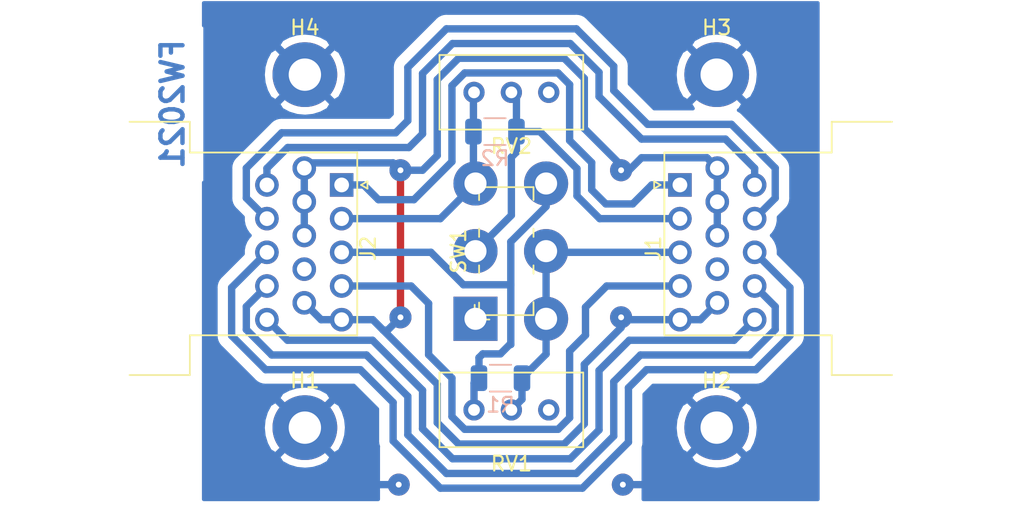
<source format=kicad_pcb>
(kicad_pcb (version 20171130) (host pcbnew 5.1.10)

  (general
    (thickness 1.6)
    (drawings 22)
    (tracks 186)
    (zones 0)
    (modules 11)
    (nets 14)
  )

  (page A4)
  (title_block
    (title LowBlueVGA)
    (date 2021-05-17)
    (rev 2)
    (company Franticware)
  )

  (layers
    (0 F.Cu signal)
    (31 B.Cu signal)
    (32 B.Adhes user)
    (33 F.Adhes user)
    (34 B.Paste user)
    (35 F.Paste user)
    (36 B.SilkS user)
    (37 F.SilkS user)
    (38 B.Mask user)
    (39 F.Mask user)
    (40 Dwgs.User user)
    (41 Cmts.User user)
    (42 Eco1.User user)
    (43 Eco2.User user)
    (44 Edge.Cuts user)
    (45 Margin user)
    (46 B.CrtYd user)
    (47 F.CrtYd user)
    (48 B.Fab user)
    (49 F.Fab user)
  )

  (setup
    (last_trace_width 0.25)
    (user_trace_width 0.5)
    (user_trace_width 0.8)
    (trace_clearance 0.2)
    (zone_clearance 0.7)
    (zone_45_only no)
    (trace_min 0.2)
    (via_size 0.8)
    (via_drill 0.4)
    (via_min_size 0.4)
    (via_min_drill 0.3)
    (user_via 1.5 0.4)
    (uvia_size 0.3)
    (uvia_drill 0.1)
    (uvias_allowed no)
    (uvia_min_size 0.2)
    (uvia_min_drill 0.1)
    (edge_width 0.05)
    (segment_width 0.2)
    (pcb_text_width 0.3)
    (pcb_text_size 1.5 1.5)
    (mod_edge_width 0.12)
    (mod_text_size 1 1)
    (mod_text_width 0.15)
    (pad_size 3 3)
    (pad_drill 1.5)
    (pad_to_mask_clearance 0.05)
    (aux_axis_origin 0 0)
    (visible_elements FFFFFF7F)
    (pcbplotparams
      (layerselection 0x010fc_ffffffff)
      (usegerberextensions false)
      (usegerberattributes true)
      (usegerberadvancedattributes true)
      (creategerberjobfile true)
      (excludeedgelayer true)
      (linewidth 0.100000)
      (plotframeref false)
      (viasonmask false)
      (mode 1)
      (useauxorigin false)
      (hpglpennumber 1)
      (hpglpenspeed 20)
      (hpglpendiameter 15.000000)
      (psnegative false)
      (psa4output false)
      (plotreference true)
      (plotvalue true)
      (plotinvisibletext false)
      (padsonsilk false)
      (subtractmaskfromsilk false)
      (outputformat 1)
      (mirror false)
      (drillshape 1)
      (scaleselection 1)
      (outputdirectory ""))
  )

  (net 0 "")
  (net 1 RED)
  (net 2 GREEN_IN)
  (net 3 BLUE_IN)
  (net 4 ID_BIT2)
  (net 5 GND)
  (net 6 ID_BIT0)
  (net 7 ID_BIT1)
  (net 8 HSYNC)
  (net 9 VSYNC)
  (net 10 ID_BIT3)
  (net 11 GREEN_OUT)
  (net 12 BLUE_OUT)
  (net 13 SHIELD)

  (net_class Default "This is the default net class."
    (clearance 0.2)
    (trace_width 0.25)
    (via_dia 0.8)
    (via_drill 0.4)
    (uvia_dia 0.3)
    (uvia_drill 0.1)
    (add_net BLUE_IN)
    (add_net BLUE_OUT)
    (add_net GND)
    (add_net GREEN_IN)
    (add_net GREEN_OUT)
    (add_net HSYNC)
    (add_net ID_BIT0)
    (add_net ID_BIT1)
    (add_net ID_BIT2)
    (add_net ID_BIT3)
    (add_net RED)
    (add_net SHIELD)
    (add_net VSYNC)
  )

  (module Connector_Dsub:DSUB-15-HD_Female_Horizontal_P2.29x2.54mm_EdgePinOffset9.40mm (layer F.Cu) (tedit 5F6E7AC4) (tstamp 5F6F145E)
    (at 163.9 97.1 90)
    (descr "15-pin D-Sub connector, horizontal/angled (90 deg), THT-mount, female, pitch 2.29x2.54mm, pin-PCB-offset 9.4mm, see http://docs-europe.electrocomponents.com/webdocs/1585/0900766b81585df2.pdf")
    (tags "15-pin D-Sub connector horizontal angled 90deg THT female pitch 2.29x2.54mm pin-PCB-offset 9.4mm")
    (path /5F6E6E4B)
    (fp_text reference J1 (at -4.315 -1.8 90) (layer F.SilkS)
      (effects (font (size 1 1) (thickness 0.15)))
    )
    (fp_text value DB15_Female_HighDensity (at -4.315 22.55 90) (layer F.Fab)
      (effects (font (size 1 1) (thickness 0.15)))
    )
    (fp_line (start -0.1 0) (end -0.1 10.38) (layer F.Fab) (width 0.1))
    (fp_line (start 0 0) (end 0 10.38) (layer F.Fab) (width 0.1))
    (fp_line (start 0.1 0) (end 0.1 10.38) (layer F.Fab) (width 0.1))
    (fp_line (start -2.39 0) (end -2.39 10.38) (layer F.Fab) (width 0.1))
    (fp_line (start -2.29 0) (end -2.29 10.38) (layer F.Fab) (width 0.1))
    (fp_line (start -2.19 0) (end -2.19 10.38) (layer F.Fab) (width 0.1))
    (fp_line (start -4.68 0) (end -4.68 10.38) (layer F.Fab) (width 0.1))
    (fp_line (start -4.58 0) (end -4.58 10.38) (layer F.Fab) (width 0.1))
    (fp_line (start -4.48 0) (end -4.48 10.38) (layer F.Fab) (width 0.1))
    (fp_line (start -6.97 0) (end -6.97 10.38) (layer F.Fab) (width 0.1))
    (fp_line (start -6.87 0) (end -6.87 10.38) (layer F.Fab) (width 0.1))
    (fp_line (start -6.77 0) (end -6.77 10.38) (layer F.Fab) (width 0.1))
    (fp_line (start -9.26 0) (end -9.26 10.38) (layer F.Fab) (width 0.1))
    (fp_line (start -9.16 0) (end -9.16 10.38) (layer F.Fab) (width 0.1))
    (fp_line (start -9.06 0) (end -9.06 10.38) (layer F.Fab) (width 0.1))
    (fp_line (start 1.045 2.54) (end 1.045 10.38) (layer F.Fab) (width 0.1))
    (fp_line (start 1.145 2.54) (end 1.145 10.38) (layer F.Fab) (width 0.1))
    (fp_line (start 1.245 2.54) (end 1.245 10.38) (layer F.Fab) (width 0.1))
    (fp_line (start -1.245 2.54) (end -1.245 10.38) (layer F.Fab) (width 0.1))
    (fp_line (start -1.145 2.54) (end -1.145 10.38) (layer F.Fab) (width 0.1))
    (fp_line (start -1.045 2.54) (end -1.045 10.38) (layer F.Fab) (width 0.1))
    (fp_line (start -3.535 2.54) (end -3.535 10.38) (layer F.Fab) (width 0.1))
    (fp_line (start -3.435 2.54) (end -3.435 10.38) (layer F.Fab) (width 0.1))
    (fp_line (start -3.335 2.54) (end -3.335 10.38) (layer F.Fab) (width 0.1))
    (fp_line (start -5.825 2.54) (end -5.825 10.38) (layer F.Fab) (width 0.1))
    (fp_line (start -5.725 2.54) (end -5.725 10.38) (layer F.Fab) (width 0.1))
    (fp_line (start -5.625 2.54) (end -5.625 10.38) (layer F.Fab) (width 0.1))
    (fp_line (start -8.115 2.54) (end -8.115 10.38) (layer F.Fab) (width 0.1))
    (fp_line (start -8.015 2.54) (end -8.015 10.38) (layer F.Fab) (width 0.1))
    (fp_line (start -7.915 2.54) (end -7.915 10.38) (layer F.Fab) (width 0.1))
    (fp_line (start -0.1 5.08) (end -0.1 10.38) (layer F.Fab) (width 0.1))
    (fp_line (start 0 5.08) (end 0 10.38) (layer F.Fab) (width 0.1))
    (fp_line (start 0.1 5.08) (end 0.1 10.38) (layer F.Fab) (width 0.1))
    (fp_line (start -2.39 5.08) (end -2.39 10.38) (layer F.Fab) (width 0.1))
    (fp_line (start -2.29 5.08) (end -2.29 10.38) (layer F.Fab) (width 0.1))
    (fp_line (start -2.19 5.08) (end -2.19 10.38) (layer F.Fab) (width 0.1))
    (fp_line (start -4.68 5.08) (end -4.68 10.38) (layer F.Fab) (width 0.1))
    (fp_line (start -4.58 5.08) (end -4.58 10.38) (layer F.Fab) (width 0.1))
    (fp_line (start -4.48 5.08) (end -4.48 10.38) (layer F.Fab) (width 0.1))
    (fp_line (start -6.97 5.08) (end -6.97 10.38) (layer F.Fab) (width 0.1))
    (fp_line (start -6.87 5.08) (end -6.87 10.38) (layer F.Fab) (width 0.1))
    (fp_line (start -6.77 5.08) (end -6.77 10.38) (layer F.Fab) (width 0.1))
    (fp_line (start -9.26 5.08) (end -9.26 10.38) (layer F.Fab) (width 0.1))
    (fp_line (start -9.16 5.08) (end -9.16 10.38) (layer F.Fab) (width 0.1))
    (fp_line (start -9.06 5.08) (end -9.06 10.38) (layer F.Fab) (width 0.1))
    (fp_line (start -12.865 10.38) (end -12.865 14.48) (layer F.Fab) (width 0.1))
    (fp_line (start -12.865 14.48) (end 4.235 14.48) (layer F.Fab) (width 0.1))
    (fp_line (start 4.235 14.48) (end 4.235 10.38) (layer F.Fab) (width 0.1))
    (fp_line (start 4.235 10.38) (end -12.865 10.38) (layer F.Fab) (width 0.1))
    (fp_line (start -19.74 14.48) (end -19.74 14.88) (layer F.Fab) (width 0.1))
    (fp_line (start -19.74 14.88) (end 11.11 14.88) (layer F.Fab) (width 0.1))
    (fp_line (start 11.11 14.88) (end 11.11 14.48) (layer F.Fab) (width 0.1))
    (fp_line (start 11.11 14.48) (end -19.74 14.48) (layer F.Fab) (width 0.1))
    (fp_line (start -12.465 14.88) (end -12.465 21.05) (layer F.Fab) (width 0.1))
    (fp_line (start -12.465 21.05) (end 3.835 21.05) (layer F.Fab) (width 0.1))
    (fp_line (start 3.835 21.05) (end 3.835 14.88) (layer F.Fab) (width 0.1))
    (fp_line (start 3.835 14.88) (end -12.465 14.88) (layer F.Fab) (width 0.1))
    (fp_line (start -12.925 14.42) (end -12.925 10.32) (layer F.SilkS) (width 0.12))
    (fp_line (start -12.925 10.32) (end -10.22 10.32) (layer F.SilkS) (width 0.12))
    (fp_line (start -10.22 10.32) (end -10.22 -1.06) (layer F.SilkS) (width 0.12))
    (fp_line (start -10.22 -1.06) (end 2.205 -1.06) (layer F.SilkS) (width 0.12))
    (fp_line (start 2.205 -1.06) (end 2.205 10.32) (layer F.SilkS) (width 0.12))
    (fp_line (start 2.205 10.32) (end 4.295 10.32) (layer F.SilkS) (width 0.12))
    (fp_line (start 4.295 10.32) (end 4.295 14.42) (layer F.SilkS) (width 0.12))
    (fp_line (start -0.25 -1.754338) (end 0.25 -1.754338) (layer F.SilkS) (width 0.12))
    (fp_line (start 0.25 -1.754338) (end 0 -1.321325) (layer F.SilkS) (width 0.12))
    (fp_line (start 0 -1.321325) (end -0.25 -1.754338) (layer F.SilkS) (width 0.12))
    (fp_line (start -13 21.55) (end -13 15.4) (layer F.CrtYd) (width 0.05))
    (fp_line (start -13 15.4) (end -20.25 15.4) (layer F.CrtYd) (width 0.05))
    (fp_line (start -20.25 15.4) (end -20.25 14) (layer F.CrtYd) (width 0.05))
    (fp_line (start -20.25 14) (end -13.4 14) (layer F.CrtYd) (width 0.05))
    (fp_line (start -13.4 14) (end -13.4 9.9) (layer F.CrtYd) (width 0.05))
    (fp_line (start -13.4 9.9) (end -10.5 9.9) (layer F.CrtYd) (width 0.05))
    (fp_line (start -10.5 9.9) (end -10.5 -1.35) (layer F.CrtYd) (width 0.05))
    (fp_line (start -10.5 -1.35) (end 2.45 -1.35) (layer F.CrtYd) (width 0.05))
    (fp_line (start 2.45 -1.35) (end 2.45 9.9) (layer F.CrtYd) (width 0.05))
    (fp_line (start 2.45 9.9) (end 4.75 9.9) (layer F.CrtYd) (width 0.05))
    (fp_line (start 4.75 9.9) (end 4.75 14) (layer F.CrtYd) (width 0.05))
    (fp_line (start 4.75 14) (end 11.65 14) (layer F.CrtYd) (width 0.05))
    (fp_line (start 11.65 14) (end 11.65 15.4) (layer F.CrtYd) (width 0.05))
    (fp_line (start 11.65 15.4) (end 4.35 15.4) (layer F.CrtYd) (width 0.05))
    (fp_line (start 4.35 15.4) (end 4.35 21.55) (layer F.CrtYd) (width 0.05))
    (fp_line (start 4.35 21.55) (end -13 21.55) (layer F.CrtYd) (width 0.05))
    (fp_text user %R (at -4.315 17.965 90) (layer F.Fab)
      (effects (font (size 1 1) (thickness 0.15)))
    )
    (pad 1 thru_hole rect (at 0 0 90) (size 1.6 1.6) (drill 1) (layers *.Cu *.Mask)
      (net 1 RED))
    (pad 2 thru_hole circle (at -2.29 0 90) (size 1.6 1.6) (drill 1) (layers *.Cu *.Mask)
      (net 2 GREEN_IN))
    (pad 3 thru_hole circle (at -4.58 0 90) (size 1.6 1.6) (drill 1) (layers *.Cu *.Mask)
      (net 3 BLUE_IN))
    (pad 4 thru_hole circle (at -6.87 0 90) (size 1.6 1.6) (drill 1) (layers *.Cu *.Mask)
      (net 4 ID_BIT2))
    (pad 5 thru_hole circle (at -9.16 0 90) (size 1.6 1.6) (drill 1) (layers *.Cu *.Mask)
      (net 5 GND))
    (pad 6 thru_hole circle (at 1.145 2.54 90) (size 1.6 1.6) (drill 1) (layers *.Cu *.Mask)
      (net 5 GND))
    (pad 7 thru_hole circle (at -1.145 2.54 90) (size 1.6 1.6) (drill 1) (layers *.Cu *.Mask B.Paste)
      (net 5 GND))
    (pad 8 thru_hole circle (at -3.435 2.54 90) (size 1.6 1.6) (drill 1) (layers *.Cu *.Mask)
      (net 5 GND))
    (pad 9 thru_hole circle (at -5.725 2.54 90) (size 1.6 1.6) (drill 1) (layers *.Cu *.Mask))
    (pad 10 thru_hole circle (at -8.015 2.54 90) (size 1.6 1.6) (drill 1) (layers *.Cu *.Mask)
      (net 5 GND))
    (pad 11 thru_hole circle (at 0 5.08 90) (size 1.6 1.6) (drill 1) (layers *.Cu *.Mask)
      (net 6 ID_BIT0))
    (pad 12 thru_hole circle (at -2.29 5.08 90) (size 1.6 1.6) (drill 1) (layers *.Cu *.Mask)
      (net 7 ID_BIT1))
    (pad 13 thru_hole circle (at -4.58 5.08 90) (size 1.6 1.6) (drill 1) (layers *.Cu *.Mask)
      (net 8 HSYNC))
    (pad 14 thru_hole circle (at -6.87 5.08 90) (size 1.6 1.6) (drill 1) (layers *.Cu *.Mask)
      (net 9 VSYNC))
    (pad 15 thru_hole circle (at -9.16 5.08 90) (size 1.6 1.6) (drill 1) (layers *.Cu *.Mask)
      (net 10 ID_BIT3))
    (model ${KISYS3DMOD}/Connector_Dsub.3dshapes/DSUB-15-HD_Female_Horizontal_P2.29x2.54mm_EdgePinOffset9.40mm.wrl
      (at (xyz 0 0 0))
      (scale (xyz 1 1 1))
      (rotate (xyz 0 0 0))
    )
  )

  (module Connector_Dsub:DSUB-15-HD_Male_Horizontal_P2.29x2.54mm_EdgePinOffset9.40mm (layer F.Cu) (tedit 59FEDEE2) (tstamp 5F6F0B61)
    (at 140.9 97.1 270)
    (descr "15-pin D-Sub connector, horizontal/angled (90 deg), THT-mount, male, pitch 2.29x2.54mm, pin-PCB-offset 9.4mm, see http://docs-europe.electrocomponents.com/webdocs/1585/0900766b81585df2.pdf")
    (tags "15-pin D-Sub connector horizontal angled 90deg THT male pitch 2.29x2.54mm pin-PCB-offset 9.4mm")
    (path /5F6E78F5)
    (fp_text reference J2 (at 4.315 -1.8 90) (layer F.SilkS)
      (effects (font (size 1 1) (thickness 0.15)))
    )
    (fp_text value DB15_Male_HighDensity (at 4.315 22.38 90) (layer F.Fab)
      (effects (font (size 1 1) (thickness 0.15)))
    )
    (fp_line (start -0.1 0) (end -0.1 10.38) (layer F.Fab) (width 0.1))
    (fp_line (start 0 0) (end 0 10.38) (layer F.Fab) (width 0.1))
    (fp_line (start 0.1 0) (end 0.1 10.38) (layer F.Fab) (width 0.1))
    (fp_line (start 2.19 0) (end 2.19 10.38) (layer F.Fab) (width 0.1))
    (fp_line (start 2.29 0) (end 2.29 10.38) (layer F.Fab) (width 0.1))
    (fp_line (start 2.39 0) (end 2.39 10.38) (layer F.Fab) (width 0.1))
    (fp_line (start 4.48 0) (end 4.48 10.38) (layer F.Fab) (width 0.1))
    (fp_line (start 4.58 0) (end 4.58 10.38) (layer F.Fab) (width 0.1))
    (fp_line (start 4.68 0) (end 4.68 10.38) (layer F.Fab) (width 0.1))
    (fp_line (start 6.77 0) (end 6.77 10.38) (layer F.Fab) (width 0.1))
    (fp_line (start 6.87 0) (end 6.87 10.38) (layer F.Fab) (width 0.1))
    (fp_line (start 6.97 0) (end 6.97 10.38) (layer F.Fab) (width 0.1))
    (fp_line (start 9.06 0) (end 9.06 10.38) (layer F.Fab) (width 0.1))
    (fp_line (start 9.16 0) (end 9.16 10.38) (layer F.Fab) (width 0.1))
    (fp_line (start 9.26 0) (end 9.26 10.38) (layer F.Fab) (width 0.1))
    (fp_line (start -1.245 2.54) (end -1.245 10.38) (layer F.Fab) (width 0.1))
    (fp_line (start -1.145 2.54) (end -1.145 10.38) (layer F.Fab) (width 0.1))
    (fp_line (start -1.045 2.54) (end -1.045 10.38) (layer F.Fab) (width 0.1))
    (fp_line (start 1.045 2.54) (end 1.045 10.38) (layer F.Fab) (width 0.1))
    (fp_line (start 1.145 2.54) (end 1.145 10.38) (layer F.Fab) (width 0.1))
    (fp_line (start 1.245 2.54) (end 1.245 10.38) (layer F.Fab) (width 0.1))
    (fp_line (start 3.335 2.54) (end 3.335 10.38) (layer F.Fab) (width 0.1))
    (fp_line (start 3.435 2.54) (end 3.435 10.38) (layer F.Fab) (width 0.1))
    (fp_line (start 3.535 2.54) (end 3.535 10.38) (layer F.Fab) (width 0.1))
    (fp_line (start 5.625 2.54) (end 5.625 10.38) (layer F.Fab) (width 0.1))
    (fp_line (start 5.725 2.54) (end 5.725 10.38) (layer F.Fab) (width 0.1))
    (fp_line (start 5.825 2.54) (end 5.825 10.38) (layer F.Fab) (width 0.1))
    (fp_line (start 7.915 2.54) (end 7.915 10.38) (layer F.Fab) (width 0.1))
    (fp_line (start 8.015 2.54) (end 8.015 10.38) (layer F.Fab) (width 0.1))
    (fp_line (start 8.115 2.54) (end 8.115 10.38) (layer F.Fab) (width 0.1))
    (fp_line (start -0.1 5.08) (end -0.1 10.38) (layer F.Fab) (width 0.1))
    (fp_line (start 0 5.08) (end 0 10.38) (layer F.Fab) (width 0.1))
    (fp_line (start 0.1 5.08) (end 0.1 10.38) (layer F.Fab) (width 0.1))
    (fp_line (start 2.19 5.08) (end 2.19 10.38) (layer F.Fab) (width 0.1))
    (fp_line (start 2.29 5.08) (end 2.29 10.38) (layer F.Fab) (width 0.1))
    (fp_line (start 2.39 5.08) (end 2.39 10.38) (layer F.Fab) (width 0.1))
    (fp_line (start 4.48 5.08) (end 4.48 10.38) (layer F.Fab) (width 0.1))
    (fp_line (start 4.58 5.08) (end 4.58 10.38) (layer F.Fab) (width 0.1))
    (fp_line (start 4.68 5.08) (end 4.68 10.38) (layer F.Fab) (width 0.1))
    (fp_line (start 6.77 5.08) (end 6.77 10.38) (layer F.Fab) (width 0.1))
    (fp_line (start 6.87 5.08) (end 6.87 10.38) (layer F.Fab) (width 0.1))
    (fp_line (start 6.97 5.08) (end 6.97 10.38) (layer F.Fab) (width 0.1))
    (fp_line (start 9.06 5.08) (end 9.06 10.38) (layer F.Fab) (width 0.1))
    (fp_line (start 9.16 5.08) (end 9.16 10.38) (layer F.Fab) (width 0.1))
    (fp_line (start 9.26 5.08) (end 9.26 10.38) (layer F.Fab) (width 0.1))
    (fp_line (start -4.235 10.38) (end -4.235 14.48) (layer F.Fab) (width 0.1))
    (fp_line (start -4.235 14.48) (end 12.865 14.48) (layer F.Fab) (width 0.1))
    (fp_line (start 12.865 14.48) (end 12.865 10.38) (layer F.Fab) (width 0.1))
    (fp_line (start 12.865 10.38) (end -4.235 10.38) (layer F.Fab) (width 0.1))
    (fp_line (start -11.11 14.48) (end -11.11 14.88) (layer F.Fab) (width 0.1))
    (fp_line (start -11.11 14.88) (end 19.74 14.88) (layer F.Fab) (width 0.1))
    (fp_line (start 19.74 14.88) (end 19.74 14.48) (layer F.Fab) (width 0.1))
    (fp_line (start 19.74 14.48) (end -11.11 14.48) (layer F.Fab) (width 0.1))
    (fp_line (start -3.835 14.88) (end -3.835 20.88) (layer F.Fab) (width 0.1))
    (fp_line (start -3.835 20.88) (end 12.465 20.88) (layer F.Fab) (width 0.1))
    (fp_line (start 12.465 20.88) (end 12.465 14.88) (layer F.Fab) (width 0.1))
    (fp_line (start 12.465 14.88) (end -3.835 14.88) (layer F.Fab) (width 0.1))
    (fp_line (start -4.295 14.42) (end -4.295 10.32) (layer F.SilkS) (width 0.12))
    (fp_line (start -4.295 10.32) (end -2.205 10.32) (layer F.SilkS) (width 0.12))
    (fp_line (start -2.205 10.32) (end -2.205 -1.06) (layer F.SilkS) (width 0.12))
    (fp_line (start -2.205 -1.06) (end 10.22 -1.06) (layer F.SilkS) (width 0.12))
    (fp_line (start 10.22 -1.06) (end 10.22 10.32) (layer F.SilkS) (width 0.12))
    (fp_line (start 10.22 10.32) (end 12.925 10.32) (layer F.SilkS) (width 0.12))
    (fp_line (start 12.925 10.32) (end 12.925 14.42) (layer F.SilkS) (width 0.12))
    (fp_line (start -0.25 -1.754338) (end 0.25 -1.754338) (layer F.SilkS) (width 0.12))
    (fp_line (start 0.25 -1.754338) (end 0 -1.321325) (layer F.SilkS) (width 0.12))
    (fp_line (start 0 -1.321325) (end -0.25 -1.754338) (layer F.SilkS) (width 0.12))
    (fp_line (start -4.35 21.4) (end -4.35 15.4) (layer F.CrtYd) (width 0.05))
    (fp_line (start -4.35 15.4) (end -11.65 15.4) (layer F.CrtYd) (width 0.05))
    (fp_line (start -11.65 15.4) (end -11.65 14) (layer F.CrtYd) (width 0.05))
    (fp_line (start -11.65 14) (end -4.75 14) (layer F.CrtYd) (width 0.05))
    (fp_line (start -4.75 14) (end -4.75 9.9) (layer F.CrtYd) (width 0.05))
    (fp_line (start -4.75 9.9) (end -2.45 9.9) (layer F.CrtYd) (width 0.05))
    (fp_line (start -2.45 9.9) (end -2.45 -1.35) (layer F.CrtYd) (width 0.05))
    (fp_line (start -2.45 -1.35) (end 10.5 -1.35) (layer F.CrtYd) (width 0.05))
    (fp_line (start 10.5 -1.35) (end 10.5 9.9) (layer F.CrtYd) (width 0.05))
    (fp_line (start 10.5 9.9) (end 13.4 9.9) (layer F.CrtYd) (width 0.05))
    (fp_line (start 13.4 9.9) (end 13.4 14) (layer F.CrtYd) (width 0.05))
    (fp_line (start 13.4 14) (end 20.25 14) (layer F.CrtYd) (width 0.05))
    (fp_line (start 20.25 14) (end 20.25 15.4) (layer F.CrtYd) (width 0.05))
    (fp_line (start 20.25 15.4) (end 13 15.4) (layer F.CrtYd) (width 0.05))
    (fp_line (start 13 15.4) (end 13 21.4) (layer F.CrtYd) (width 0.05))
    (fp_line (start 13 21.4) (end -4.35 21.4) (layer F.CrtYd) (width 0.05))
    (fp_text user %R (at 4.315 17.88 90) (layer F.Fab)
      (effects (font (size 1 1) (thickness 0.15)))
    )
    (pad 1 thru_hole rect (at 0 0 270) (size 1.6 1.6) (drill 1) (layers *.Cu *.Mask)
      (net 1 RED))
    (pad 2 thru_hole circle (at 2.29 0 270) (size 1.6 1.6) (drill 1) (layers *.Cu *.Mask)
      (net 11 GREEN_OUT))
    (pad 3 thru_hole circle (at 4.58 0 270) (size 1.6 1.6) (drill 1) (layers *.Cu *.Mask)
      (net 12 BLUE_OUT))
    (pad 4 thru_hole circle (at 6.87 0 270) (size 1.6 1.6) (drill 1) (layers *.Cu *.Mask)
      (net 4 ID_BIT2))
    (pad 5 thru_hole circle (at 9.16 0 270) (size 1.6 1.6) (drill 1) (layers *.Cu *.Mask)
      (net 5 GND))
    (pad 6 thru_hole circle (at -1.145 2.54 270) (size 1.6 1.6) (drill 1) (layers *.Cu *.Mask)
      (net 5 GND))
    (pad 7 thru_hole circle (at 1.145 2.54 270) (size 1.6 1.6) (drill 1) (layers *.Cu *.Mask)
      (net 5 GND))
    (pad 8 thru_hole circle (at 3.435 2.54 270) (size 1.6 1.6) (drill 1) (layers *.Cu *.Mask)
      (net 5 GND))
    (pad 9 thru_hole circle (at 5.725 2.54 270) (size 1.6 1.6) (drill 1) (layers *.Cu *.Mask))
    (pad 10 thru_hole circle (at 8.015 2.54 270) (size 1.6 1.6) (drill 1) (layers *.Cu *.Mask)
      (net 5 GND))
    (pad 11 thru_hole circle (at 0 5.08 270) (size 1.6 1.6) (drill 1) (layers *.Cu *.Mask)
      (net 6 ID_BIT0))
    (pad 12 thru_hole circle (at 2.29 5.08 270) (size 1.6 1.6) (drill 1) (layers *.Cu *.Mask)
      (net 7 ID_BIT1))
    (pad 13 thru_hole circle (at 4.58 5.08 270) (size 1.6 1.6) (drill 1) (layers *.Cu *.Mask)
      (net 8 HSYNC))
    (pad 14 thru_hole circle (at 6.87 5.08 270) (size 1.6 1.6) (drill 1) (layers *.Cu *.Mask)
      (net 9 VSYNC))
    (pad 15 thru_hole circle (at 9.16 5.08 270) (size 1.6 1.6) (drill 1) (layers *.Cu *.Mask)
      (net 10 ID_BIT3))
    (model ${KISYS3DMOD}/Connector_Dsub.3dshapes/DSUB-15-HD_Male_Horizontal_P2.29x2.54mm_EdgePinOffset9.40mm.wrl
      (at (xyz 0 0 0))
      (scale (xyz 1 1 1))
      (rotate (xyz 0 0 0))
    )
  )

  (module Potentiometer_THT:Potentiometer_Bourns_3296W_Vertical (layer F.Cu) (tedit 5F71AF48) (tstamp 60A23E14)
    (at 149.9 112.395 180)
    (descr "Potentiometer, vertical, Bourns 3296W, https://www.bourns.com/pdfs/3296.pdf")
    (tags "Potentiometer vertical Bourns 3296W")
    (path /5F70B75C)
    (fp_text reference RV1 (at -2.54 -3.66) (layer F.SilkS)
      (effects (font (size 1 1) (thickness 0.15)))
    )
    (fp_text value R_POT (at -2.54 3.67) (layer F.Fab)
      (effects (font (size 1 1) (thickness 0.15)))
    )
    (fp_circle (center 0.955 1.15) (end 2.05 1.15) (layer F.Fab) (width 0.1))
    (fp_line (start -7.305 -2.41) (end -7.305 2.42) (layer F.Fab) (width 0.1))
    (fp_line (start -7.305 2.42) (end 2.225 2.42) (layer F.Fab) (width 0.1))
    (fp_line (start 2.225 2.42) (end 2.225 -2.41) (layer F.Fab) (width 0.1))
    (fp_line (start 2.225 -2.41) (end -7.305 -2.41) (layer F.Fab) (width 0.1))
    (fp_line (start 0.955 2.235) (end 0.956 0.066) (layer F.Fab) (width 0.1))
    (fp_line (start 0.955 2.235) (end 0.956 0.066) (layer F.Fab) (width 0.1))
    (fp_line (start -7.425 -2.53) (end 2.345 -2.53) (layer F.SilkS) (width 0.12))
    (fp_line (start -7.425 2.54) (end 2.345 2.54) (layer F.SilkS) (width 0.12))
    (fp_line (start -7.425 -2.53) (end -7.425 2.54) (layer F.SilkS) (width 0.12))
    (fp_line (start 2.345 -2.53) (end 2.345 2.54) (layer F.SilkS) (width 0.12))
    (fp_line (start -7.6 -2.7) (end -7.6 2.7) (layer F.CrtYd) (width 0.05))
    (fp_line (start -7.6 2.7) (end 2.5 2.7) (layer F.CrtYd) (width 0.05))
    (fp_line (start 2.5 2.7) (end 2.5 -2.7) (layer F.CrtYd) (width 0.05))
    (fp_line (start 2.5 -2.7) (end -7.6 -2.7) (layer F.CrtYd) (width 0.05))
    (fp_text user %R (at -3.175 0.005) (layer F.Fab)
      (effects (font (size 1 1) (thickness 0.15)))
    )
    (pad 1 thru_hole circle (at 0 0 180) (size 1.44 1.44) (drill 0.8) (layers *.Cu *.Mask)
      (net 12 BLUE_OUT))
    (pad 2 thru_hole circle (at -2.54 0 180) (size 1.44 1.44) (drill 0.8) (layers *.Cu *.Mask)
      (net 3 BLUE_IN))
    (pad 3 thru_hole circle (at -5.08 0 180) (size 1.44 1.44) (drill 0.8) (layers *.Cu *.Mask))
    (model ${KISYS3DMOD}/Potentiometer_THT.3dshapes/Potentiometer_Bourns_3296W_Vertical.wrl
      (at (xyz 0 0 0))
      (scale (xyz 1 1 1))
      (rotate (xyz 0 0 0))
    )
  )

  (module Potentiometer_THT:Potentiometer_Bourns_3296W_Vertical (layer F.Cu) (tedit 5F71AF3A) (tstamp 5F6F0B8F)
    (at 149.9 90.805 180)
    (descr "Potentiometer, vertical, Bourns 3296W, https://www.bourns.com/pdfs/3296.pdf")
    (tags "Potentiometer vertical Bourns 3296W")
    (path /5F70C076)
    (fp_text reference RV2 (at -2.54 -3.66) (layer F.SilkS)
      (effects (font (size 1 1) (thickness 0.15)))
    )
    (fp_text value R_POT (at -2.54 3.67) (layer F.Fab)
      (effects (font (size 1 1) (thickness 0.15)))
    )
    (fp_line (start 2.5 -2.7) (end -7.6 -2.7) (layer F.CrtYd) (width 0.05))
    (fp_line (start 2.5 2.7) (end 2.5 -2.7) (layer F.CrtYd) (width 0.05))
    (fp_line (start -7.6 2.7) (end 2.5 2.7) (layer F.CrtYd) (width 0.05))
    (fp_line (start -7.6 -2.7) (end -7.6 2.7) (layer F.CrtYd) (width 0.05))
    (fp_line (start 2.345 -2.53) (end 2.345 2.54) (layer F.SilkS) (width 0.12))
    (fp_line (start -7.425 -2.53) (end -7.425 2.54) (layer F.SilkS) (width 0.12))
    (fp_line (start -7.425 2.54) (end 2.345 2.54) (layer F.SilkS) (width 0.12))
    (fp_line (start -7.425 -2.53) (end 2.345 -2.53) (layer F.SilkS) (width 0.12))
    (fp_line (start 0.955 2.235) (end 0.956 0.066) (layer F.Fab) (width 0.1))
    (fp_line (start 0.955 2.235) (end 0.956 0.066) (layer F.Fab) (width 0.1))
    (fp_line (start 2.225 -2.41) (end -7.305 -2.41) (layer F.Fab) (width 0.1))
    (fp_line (start 2.225 2.42) (end 2.225 -2.41) (layer F.Fab) (width 0.1))
    (fp_line (start -7.305 2.42) (end 2.225 2.42) (layer F.Fab) (width 0.1))
    (fp_line (start -7.305 -2.41) (end -7.305 2.42) (layer F.Fab) (width 0.1))
    (fp_circle (center 0.955 1.15) (end 2.05 1.15) (layer F.Fab) (width 0.1))
    (fp_text user %R (at -3.175 0.005) (layer F.Fab)
      (effects (font (size 1 1) (thickness 0.15)))
    )
    (pad 3 thru_hole circle (at -5.08 0 180) (size 1.44 1.44) (drill 0.8) (layers *.Cu *.Mask))
    (pad 2 thru_hole circle (at -2.54 0 180) (size 1.44 1.44) (drill 0.8) (layers *.Cu *.Mask)
      (net 2 GREEN_IN))
    (pad 1 thru_hole circle (at 0 0 180) (size 1.44 1.44) (drill 0.8) (layers *.Cu *.Mask)
      (net 11 GREEN_OUT))
    (model ${KISYS3DMOD}/Potentiometer_THT.3dshapes/Potentiometer_Bourns_3296W_Vertical.wrl
      (at (xyz 0 0 0))
      (scale (xyz 1 1 1))
      (rotate (xyz 0 0 0))
    )
  )

  (module MountingHole:MountingHole_2.2mm_M2_Pad (layer F.Cu) (tedit 56D1B4CB) (tstamp 5F6F2959)
    (at 138.4 113.6)
    (descr "Mounting Hole 2.2mm, M2")
    (tags "mounting hole 2.2mm m2")
    (path /5F72F709)
    (attr virtual)
    (fp_text reference H1 (at 0 -3.2) (layer F.SilkS)
      (effects (font (size 1 1) (thickness 0.15)))
    )
    (fp_text value MountingHole_Pad (at 0 3.2) (layer F.Fab)
      (effects (font (size 1 1) (thickness 0.15)))
    )
    (fp_circle (center 0 0) (end 2.45 0) (layer F.CrtYd) (width 0.05))
    (fp_circle (center 0 0) (end 2.2 0) (layer Cmts.User) (width 0.15))
    (fp_text user %R (at 0.3 0) (layer F.Fab)
      (effects (font (size 1 1) (thickness 0.15)))
    )
    (pad 1 thru_hole circle (at 0 0) (size 4.4 4.4) (drill 2.2) (layers *.Cu *.Mask)
      (net 13 SHIELD))
  )

  (module MountingHole:MountingHole_2.2mm_M2_Pad (layer F.Cu) (tedit 56D1B4CB) (tstamp 5F6F2961)
    (at 166.4 113.6)
    (descr "Mounting Hole 2.2mm, M2")
    (tags "mounting hole 2.2mm m2")
    (path /5F730D74)
    (attr virtual)
    (fp_text reference H2 (at 0 -3.2) (layer F.SilkS)
      (effects (font (size 1 1) (thickness 0.15)))
    )
    (fp_text value MountingHole_Pad (at 0 3.2) (layer F.Fab)
      (effects (font (size 1 1) (thickness 0.15)))
    )
    (fp_circle (center 0 0) (end 2.2 0) (layer Cmts.User) (width 0.15))
    (fp_circle (center 0 0) (end 2.45 0) (layer F.CrtYd) (width 0.05))
    (fp_text user %R (at 0.3 0) (layer F.Fab)
      (effects (font (size 1 1) (thickness 0.15)))
    )
    (pad 1 thru_hole circle (at 0 0) (size 4.4 4.4) (drill 2.2) (layers *.Cu *.Mask)
      (net 13 SHIELD))
  )

  (module MountingHole:MountingHole_2.2mm_M2_Pad (layer F.Cu) (tedit 56D1B4CB) (tstamp 5F6F29C8)
    (at 166.4 89.6)
    (descr "Mounting Hole 2.2mm, M2")
    (tags "mounting hole 2.2mm m2")
    (path /5F736849)
    (attr virtual)
    (fp_text reference H3 (at 0 -3.2) (layer F.SilkS)
      (effects (font (size 1 1) (thickness 0.15)))
    )
    (fp_text value MountingHole_Pad (at 0 3.2) (layer F.Fab)
      (effects (font (size 1 1) (thickness 0.15)))
    )
    (fp_circle (center 0 0) (end 2.45 0) (layer F.CrtYd) (width 0.05))
    (fp_circle (center 0 0) (end 2.2 0) (layer Cmts.User) (width 0.15))
    (fp_text user %R (at 0.3 0) (layer F.Fab)
      (effects (font (size 1 1) (thickness 0.15)))
    )
    (pad 1 thru_hole circle (at 0 0) (size 4.4 4.4) (drill 2.2) (layers *.Cu *.Mask)
      (net 13 SHIELD))
  )

  (module MountingHole:MountingHole_2.2mm_M2_Pad (layer F.Cu) (tedit 56D1B4CB) (tstamp 5F6F2971)
    (at 138.4 89.6)
    (descr "Mounting Hole 2.2mm, M2")
    (tags "mounting hole 2.2mm m2")
    (path /5F736EB6)
    (attr virtual)
    (fp_text reference H4 (at 0 -3.2) (layer F.SilkS)
      (effects (font (size 1 1) (thickness 0.15)))
    )
    (fp_text value MountingHole_Pad (at 0 3.2) (layer F.Fab)
      (effects (font (size 1 1) (thickness 0.15)))
    )
    (fp_circle (center 0 0) (end 2.2 0) (layer Cmts.User) (width 0.15))
    (fp_circle (center 0 0) (end 2.45 0) (layer F.CrtYd) (width 0.05))
    (fp_text user %R (at 0.3 0) (layer F.Fab)
      (effects (font (size 1 1) (thickness 0.15)))
    )
    (pad 1 thru_hole circle (at 0 0) (size 4.4 4.4) (drill 2.2) (layers *.Cu *.Mask)
      (net 13 SHIELD))
  )

  (module Button_Switch_THT:SW_E-Switch_EG1271_DPDT (layer F.Cu) (tedit 60A261D4) (tstamp 60A2262C)
    (at 150.495 104.1 90)
    (descr "E-Switch sub miniature slide switch, EG series, DPDT, http://spec_sheets.e-switch.com/specs/P040047.pdf")
    (tags "switch DPDT")
    (path /60A1DBA3)
    (fp_text reference SW1 (at 2.5 -1.65 90) (layer F.SilkS)
      (effects (font (size 1 1) (thickness 0.15)))
    )
    (fp_text value SW_Push_DPDT (at 2.5 5 90) (layer F.Fab)
      (effects (font (size 1 1) (thickness 0.15)))
    )
    (fp_line (start 0.4 0.6) (end 4.6 0.6) (layer F.Fab) (width 0.1))
    (fp_line (start 4.6 0.6) (end 4.6 2.6) (layer F.Fab) (width 0.1))
    (fp_line (start 4.6 2.6) (end 0.4 2.6) (layer F.Fab) (width 0.1))
    (fp_line (start 0.4 0.6) (end 0.4 2.6) (layer F.Fab) (width 0.1))
    (fp_line (start 2.5 0.6) (end 2.5 2.6) (layer F.Fab) (width 0.1))
    (fp_line (start 0.75 0.6) (end 0.75 2.6) (layer F.Fab) (width 0.1))
    (fp_line (start 1.1 0.6) (end 1.1 2.6) (layer F.Fab) (width 0.1))
    (fp_line (start 1.45 0.6) (end 1.45 2.6) (layer F.Fab) (width 0.1))
    (fp_line (start 1.8 0.6) (end 1.8 2.6) (layer F.Fab) (width 0.1))
    (fp_line (start 2.15 0.6) (end 2.15 2.6) (layer F.Fab) (width 0.1))
    (fp_line (start -1.75 -0.15) (end 6.75 -0.15) (layer F.Fab) (width 0.1))
    (fp_line (start 6.75 -0.15) (end 6.75 3.35) (layer F.Fab) (width 0.1))
    (fp_line (start 6.75 3.35) (end -1.75 3.35) (layer F.Fab) (width 0.1))
    (fp_line (start -1.75 -0.15) (end -1.75 3.35) (layer F.Fab) (width 0.1))
    (fp_line (start -1.85 -0.25) (end -1 -0.25) (layer F.SilkS) (width 0.12))
    (fp_line (start 1 -0.25) (end 1.53 -0.25) (layer F.SilkS) (width 0.12))
    (fp_line (start 3.47 -0.25) (end 4.03 -0.25) (layer F.SilkS) (width 0.12))
    (fp_line (start 5.97 -0.25) (end 6.85 -0.25) (layer F.SilkS) (width 0.12))
    (fp_line (start 6.85 -0.25) (end 6.85 3.45) (layer F.SilkS) (width 0.12))
    (fp_line (start 6.85 3.45) (end 5.98 3.45) (layer F.SilkS) (width 0.12))
    (fp_line (start 4.02 3.45) (end 3.47 3.45) (layer F.SilkS) (width 0.12))
    (fp_line (start 1.53 3.45) (end 0.97 3.45) (layer F.SilkS) (width 0.12))
    (fp_line (start -0.97 3.45) (end -1.85 3.45) (layer F.SilkS) (width 0.12))
    (fp_line (start -1.85 3.45) (end -1.85 -0.25) (layer F.SilkS) (width 0.12))
    (fp_line (start -2.15 0.45) (end -2.15 -0.55) (layer F.SilkS) (width 0.12))
    (fp_line (start -2.15 -0.55) (end -1.15 -0.55) (layer F.SilkS) (width 0.12))
    (fp_line (start -2 -1.05) (end 7 -1.05) (layer F.CrtYd) (width 0.05))
    (fp_line (start 7 -1.05) (end 7 4.25) (layer F.CrtYd) (width 0.05))
    (fp_line (start 7 4.25) (end -2 4.25) (layer F.CrtYd) (width 0.05))
    (fp_line (start -2 4.25) (end -2 -1.05) (layer F.CrtYd) (width 0.05))
    (fp_text user %R (at 2.5 -1.65 90) (layer F.Fab)
      (effects (font (size 1 1) (thickness 0.15)))
    )
    (pad 1 thru_hole rect (at -2.1 -0.495 90) (size 3 3) (drill 1.5) (layers *.Cu *.Mask))
    (pad 2 thru_hole circle (at 2.5 -0.495 90) (size 3 3) (drill 1.5) (layers *.Cu *.Mask)
      (net 2 GREEN_IN))
    (pad 3 thru_hole circle (at 7.1 -0.495 90) (size 3 3) (drill 1.5) (layers *.Cu *.Mask)
      (net 11 GREEN_OUT))
    (pad 4 thru_hole circle (at -2.1 4.305 90) (size 3 3) (drill 1.5) (layers *.Cu *.Mask)
      (net 3 BLUE_IN))
    (pad 5 thru_hole circle (at 2.5 4.305 90) (size 3 3) (drill 1.5) (layers *.Cu *.Mask)
      (net 3 BLUE_IN))
    (pad 6 thru_hole circle (at 7.1 4.305 90) (size 3 3) (drill 1.5) (layers *.Cu *.Mask)
      (net 12 BLUE_OUT))
    (model ${KISYS3DMOD}/Button_Switch_THT.3dshapes/SW_E-Switch_EG1271_DPDT.wrl
      (at (xyz 0 0 0))
      (scale (xyz 1 1 1))
      (rotate (xyz 0 0 0))
    )
  )

  (module Resistor_SMD:R_1206_3216Metric (layer B.Cu) (tedit 5F68FEEE) (tstamp 60A240A2)
    (at 151.3225 93.472)
    (descr "Resistor SMD 1206 (3216 Metric), square (rectangular) end terminal, IPC_7351 nominal, (Body size source: IPC-SM-782 page 72, https://www.pcb-3d.com/wordpress/wp-content/uploads/ipc-sm-782a_amendment_1_and_2.pdf), generated with kicad-footprint-generator")
    (tags resistor)
    (path /60A3C7EE)
    (attr smd)
    (fp_text reference R2 (at 0 1.82) (layer B.SilkS)
      (effects (font (size 1 1) (thickness 0.15)) (justify mirror))
    )
    (fp_text value 39R (at 0 -1.82) (layer B.Fab)
      (effects (font (size 1 1) (thickness 0.15)) (justify mirror))
    )
    (fp_line (start 2.28 -1.12) (end -2.28 -1.12) (layer B.CrtYd) (width 0.05))
    (fp_line (start 2.28 1.12) (end 2.28 -1.12) (layer B.CrtYd) (width 0.05))
    (fp_line (start -2.28 1.12) (end 2.28 1.12) (layer B.CrtYd) (width 0.05))
    (fp_line (start -2.28 -1.12) (end -2.28 1.12) (layer B.CrtYd) (width 0.05))
    (fp_line (start -0.727064 -0.91) (end 0.727064 -0.91) (layer B.SilkS) (width 0.12))
    (fp_line (start -0.727064 0.91) (end 0.727064 0.91) (layer B.SilkS) (width 0.12))
    (fp_line (start 1.6 -0.8) (end -1.6 -0.8) (layer B.Fab) (width 0.1))
    (fp_line (start 1.6 0.8) (end 1.6 -0.8) (layer B.Fab) (width 0.1))
    (fp_line (start -1.6 0.8) (end 1.6 0.8) (layer B.Fab) (width 0.1))
    (fp_line (start -1.6 -0.8) (end -1.6 0.8) (layer B.Fab) (width 0.1))
    (fp_text user %R (at 0 0) (layer B.Fab)
      (effects (font (size 0.8 0.8) (thickness 0.12)) (justify mirror))
    )
    (pad 1 smd roundrect (at -1.4625 0) (size 1.125 1.75) (layers B.Cu B.Paste B.Mask) (roundrect_rratio 0.222222)
      (net 11 GREEN_OUT))
    (pad 2 smd roundrect (at 1.4625 0) (size 1.125 1.75) (layers B.Cu B.Paste B.Mask) (roundrect_rratio 0.222222)
      (net 2 GREEN_IN))
    (model ${KISYS3DMOD}/Resistor_SMD.3dshapes/R_1206_3216Metric.wrl
      (at (xyz 0 0 0))
      (scale (xyz 1 1 1))
      (rotate (xyz 0 0 0))
    )
  )

  (module Resistor_SMD:R_1206_3216Metric (layer B.Cu) (tedit 5F68FEEE) (tstamp 60A240B3)
    (at 151.6995 110.236)
    (descr "Resistor SMD 1206 (3216 Metric), square (rectangular) end terminal, IPC_7351 nominal, (Body size source: IPC-SM-782 page 72, https://www.pcb-3d.com/wordpress/wp-content/uploads/ipc-sm-782a_amendment_1_and_2.pdf), generated with kicad-footprint-generator")
    (tags resistor)
    (path /60A3D998)
    (attr smd)
    (fp_text reference R1 (at 0 1.82) (layer B.SilkS)
      (effects (font (size 1 1) (thickness 0.15)) (justify mirror))
    )
    (fp_text value 100R (at 0 -1.82) (layer B.Fab)
      (effects (font (size 1 1) (thickness 0.15)) (justify mirror))
    )
    (fp_line (start -1.6 -0.8) (end -1.6 0.8) (layer B.Fab) (width 0.1))
    (fp_line (start -1.6 0.8) (end 1.6 0.8) (layer B.Fab) (width 0.1))
    (fp_line (start 1.6 0.8) (end 1.6 -0.8) (layer B.Fab) (width 0.1))
    (fp_line (start 1.6 -0.8) (end -1.6 -0.8) (layer B.Fab) (width 0.1))
    (fp_line (start -0.727064 0.91) (end 0.727064 0.91) (layer B.SilkS) (width 0.12))
    (fp_line (start -0.727064 -0.91) (end 0.727064 -0.91) (layer B.SilkS) (width 0.12))
    (fp_line (start -2.28 -1.12) (end -2.28 1.12) (layer B.CrtYd) (width 0.05))
    (fp_line (start -2.28 1.12) (end 2.28 1.12) (layer B.CrtYd) (width 0.05))
    (fp_line (start 2.28 1.12) (end 2.28 -1.12) (layer B.CrtYd) (width 0.05))
    (fp_line (start 2.28 -1.12) (end -2.28 -1.12) (layer B.CrtYd) (width 0.05))
    (fp_text user %R (at 0 0) (layer B.Fab)
      (effects (font (size 0.8 0.8) (thickness 0.12)) (justify mirror))
    )
    (pad 2 smd roundrect (at 1.4625 0) (size 1.125 1.75) (layers B.Cu B.Paste B.Mask) (roundrect_rratio 0.222222)
      (net 3 BLUE_IN))
    (pad 1 smd roundrect (at -1.4625 0) (size 1.125 1.75) (layers B.Cu B.Paste B.Mask) (roundrect_rratio 0.222222)
      (net 12 BLUE_OUT))
    (model ${KISYS3DMOD}/Resistor_SMD.3dshapes/R_1206_3216Metric.wrl
      (at (xyz 0 0 0))
      (scale (xyz 1 1 1))
      (rotate (xyz 0 0 0))
    )
  )

  (gr_line (start 145.4 108.6) (end 159.4 108.6) (layer Dwgs.User) (width 0.15))
  (gr_line (start 145.4 94.6) (end 159.4 94.6) (layer Dwgs.User) (width 0.15))
  (gr_text FW2021 (at 129.4 91.6 90) (layer B.Cu)
    (effects (font (size 1.5 1.5) (thickness 0.3)) (justify mirror))
  )
  (gr_line (start 127.4 116.6) (end 131.4 116.6) (layer Dwgs.User) (width 0.15) (tstamp 5F6F5279))
  (gr_line (start 177.4 116.6) (end 173.4 116.6) (layer Dwgs.User) (width 0.15) (tstamp 5F6F5278))
  (gr_line (start 177.4 86.6) (end 173.4 86.6) (layer Dwgs.User) (width 0.15) (tstamp 5F6F5277))
  (gr_line (start 127.4 86.6) (end 131.4 86.6) (layer Dwgs.User) (width 0.15) (tstamp 5F6F5276))
  (gr_line (start 162.4 97.1) (end 165.4 97.1) (layer Dwgs.User) (width 0.15))
  (gr_line (start 163.9 95.6) (end 163.9 98.6) (layer Dwgs.User) (width 0.15))
  (gr_line (start 140.9 95.6) (end 140.9 98.6) (layer Dwgs.User) (width 0.15))
  (gr_line (start 139.4 97.1) (end 142.4 97.1) (layer Dwgs.User) (width 0.15))
  (gr_line (start 138.4 89.6) (end 138.4 113.6) (layer Dwgs.User) (width 0.15))
  (gr_line (start 166.4 89.6) (end 166.4 113.6) (layer Dwgs.User) (width 0.15))
  (gr_line (start 138.4 113.6) (end 166.4 113.6) (layer Dwgs.User) (width 0.15))
  (gr_line (start 138.4 89.6) (end 166.4 89.6) (layer Dwgs.User) (width 0.15))
  (gr_line (start 131.4 88.6) (end 131.4 118.6) (layer Dwgs.User) (width 0.15))
  (gr_line (start 173.4 86.6) (end 173.4 116.6) (layer Dwgs.User) (width 0.15))
  (gr_line (start 127.4 86.6) (end 127.4 116.6) (layer Dwgs.User) (width 0.15))
  (gr_line (start 177.4 86.6) (end 177.4 116.6) (layer Dwgs.User) (width 0.15))
  (gr_line (start 131.4 118.6) (end 173.4 118.6) (layer Dwgs.User) (width 0.15))
  (gr_line (start 131.4 84.6) (end 173.4 84.6) (layer Dwgs.User) (width 0.15))
  (gr_line (start 177.4 101.6) (end 127.4 101.6) (layer Dwgs.User) (width 0.15))

  (segment (start 142.4 97.1) (end 140.9 97.1) (width 0.5) (layer B.Cu) (net 1) (status 20))
  (segment (start 143.4 98.1) (end 142.4 97.1) (width 0.5) (layer B.Cu) (net 1))
  (segment (start 155.613601 89.484999) (end 156.4 90.271398) (width 0.5) (layer B.Cu) (net 1))
  (segment (start 149.266399 89.484999) (end 155.613601 89.484999) (width 0.5) (layer B.Cu) (net 1))
  (segment (start 148.4 90.351398) (end 149.266399 89.484999) (width 0.5) (layer B.Cu) (net 1))
  (segment (start 145.814226 98.1) (end 143.4 98.1) (width 0.5) (layer B.Cu) (net 1))
  (segment (start 148.4 95.514226) (end 145.814226 98.1) (width 0.5) (layer B.Cu) (net 1))
  (segment (start 148.4 90.351398) (end 148.4 95.514226) (width 0.5) (layer B.Cu) (net 1))
  (segment (start 156.4 94.077772) (end 157.900011 95.577782) (width 0.5) (layer B.Cu) (net 1))
  (segment (start 156.4 90.271398) (end 156.4 94.077772) (width 0.5) (layer B.Cu) (net 1))
  (segment (start 157.900011 95.577782) (end 157.900011 97.430785) (width 0.5) (layer B.Cu) (net 1))
  (segment (start 157.900011 97.430785) (end 158.859216 98.38999) (width 0.5) (layer B.Cu) (net 1))
  (segment (start 158.859216 98.38999) (end 160.69001 98.38999) (width 0.5) (layer B.Cu) (net 1))
  (segment (start 161.98 97.1) (end 163.9 97.1) (width 0.5) (layer B.Cu) (net 1) (status 20))
  (segment (start 160.69001 98.38999) (end 161.98 97.1) (width 0.5) (layer B.Cu) (net 1))
  (segment (start 150 101.6) (end 152.44 99.16) (width 0.5) (layer B.Cu) (net 2) (status 10))
  (segment (start 152.44 99.16) (end 152.44 95.21) (width 0.5) (layer B.Cu) (net 2))
  (segment (start 152.785 94.865) (end 152.44 95.21) (width 0.5) (layer B.Cu) (net 2))
  (segment (start 152.785 93.472) (end 152.785 94.865) (width 0.5) (layer B.Cu) (net 2) (status 10))
  (segment (start 152.785 91.15) (end 152.44 90.805) (width 0.5) (layer B.Cu) (net 2) (status 30))
  (segment (start 152.785 93.472) (end 152.785 91.15) (width 0.5) (layer B.Cu) (net 2) (status 30))
  (segment (start 154.380002 93.472) (end 152.785 93.472) (width 0.5) (layer B.Cu) (net 2) (status 20))
  (segment (start 156.900001 95.991999) (end 154.380002 93.472) (width 0.5) (layer B.Cu) (net 2))
  (segment (start 156.900001 97.845001) (end 156.900001 95.991999) (width 0.5) (layer B.Cu) (net 2))
  (segment (start 158.445 99.39) (end 156.900001 97.845001) (width 0.5) (layer B.Cu) (net 2))
  (segment (start 163.9 99.39) (end 158.445 99.39) (width 0.5) (layer B.Cu) (net 2) (status 10))
  (segment (start 154.88 101.68) (end 154.8 101.6) (width 0.5) (layer B.Cu) (net 3) (status 30))
  (segment (start 163.9 101.68) (end 154.88 101.68) (width 0.5) (layer B.Cu) (net 3) (status 30))
  (segment (start 154.8 101.6) (end 154.8 106.2) (width 0.5) (layer B.Cu) (net 3) (status 30))
  (segment (start 154.8 108.598) (end 153.162 110.236) (width 0.5) (layer B.Cu) (net 3) (status 20))
  (segment (start 154.8 106.2) (end 154.8 108.598) (width 0.5) (layer B.Cu) (net 3) (status 10))
  (segment (start 153.162 111.673) (end 152.44 112.395) (width 0.5) (layer B.Cu) (net 3) (status 20))
  (segment (start 153.162 110.236) (end 153.162 111.673) (width 0.5) (layer B.Cu) (net 3) (status 10))
  (segment (start 146.812 108.643093) (end 146.812 105.156) (width 0.5) (layer B.Cu) (net 4))
  (segment (start 146.812 105.156) (end 145.626 103.97) (width 0.5) (layer B.Cu) (net 4))
  (segment (start 155.613601 113.715001) (end 149.266399 113.715001) (width 0.5) (layer B.Cu) (net 4))
  (segment (start 149.266399 113.715001) (end 148.4 112.848602) (width 0.5) (layer B.Cu) (net 4))
  (segment (start 156.4 112.928602) (end 155.613601 113.715001) (width 0.5) (layer B.Cu) (net 4))
  (segment (start 148.4 110.231092) (end 146.812 108.643093) (width 0.5) (layer B.Cu) (net 4))
  (segment (start 148.4 112.848602) (end 148.4 110.231092) (width 0.5) (layer B.Cu) (net 4))
  (segment (start 157.48 107.315) (end 156.4 108.395) (width 0.5) (layer B.Cu) (net 4))
  (segment (start 157.48 105.41) (end 157.48 107.315) (width 0.5) (layer B.Cu) (net 4))
  (segment (start 156.4 108.395) (end 156.4 112.928602) (width 0.5) (layer B.Cu) (net 4))
  (segment (start 158.92 103.97) (end 157.48 105.41) (width 0.5) (layer B.Cu) (net 4))
  (segment (start 145.626 103.97) (end 140.9 103.97) (width 0.5) (layer B.Cu) (net 4) (status 20))
  (segment (start 163.9 103.97) (end 158.92 103.97) (width 0.5) (layer B.Cu) (net 4) (status 10))
  (via (at 144.9 106.1) (size 1.5) (drill 0.4) (layers F.Cu B.Cu) (net 5))
  (via (at 144.9 96.1) (size 1.5) (drill 0.4) (layers F.Cu B.Cu) (net 5))
  (via (at 159.9 106.1) (size 1.5) (drill 0.4) (layers F.Cu B.Cu) (net 5))
  (segment (start 165.295 106.26) (end 166.44 105.115) (width 0.5) (layer B.Cu) (net 5) (status 20))
  (segment (start 163.9 106.26) (end 165.295 106.26) (width 0.5) (layer B.Cu) (net 5) (status 10))
  (segment (start 166.44 100.535) (end 166.44 95.955) (width 0.5) (layer B.Cu) (net 5) (status 30))
  (segment (start 139.505 106.26) (end 138.36 105.115) (width 0.5) (layer B.Cu) (net 5) (status 20))
  (segment (start 140.9 106.26) (end 139.505 106.26) (width 0.5) (layer B.Cu) (net 5) (status 10))
  (segment (start 138.36 100.535) (end 138.36 95.955) (width 0.5) (layer B.Cu) (net 5) (status 30))
  (segment (start 160.06 106.26) (end 159.9 106.1) (width 0.5) (layer B.Cu) (net 5))
  (segment (start 163.9 106.26) (end 160.06 106.26) (width 0.5) (layer B.Cu) (net 5) (status 10))
  (segment (start 138.36 95.955) (end 138.715 95.6) (width 0.5) (layer B.Cu) (net 5) (status 30))
  (segment (start 144.4 95.6) (end 144.9 96.1) (width 0.5) (layer B.Cu) (net 5))
  (segment (start 138.715 95.6) (end 144.4 95.6) (width 0.5) (layer B.Cu) (net 5) (status 10))
  (segment (start 144.9 106.1) (end 144.9 96.1) (width 0.5) (layer F.Cu) (net 5))
  (via (at 159.9 96.1) (size 1.5) (drill 0.4) (layers F.Cu B.Cu) (net 5))
  (segment (start 148.852182 114.715011) (end 147.39999 113.262819) (width 0.5) (layer B.Cu) (net 5))
  (segment (start 156.027818 114.715011) (end 148.852182 114.715011) (width 0.5) (layer B.Cu) (net 5))
  (segment (start 157.40001 113.342819) (end 156.027818 114.715011) (width 0.5) (layer B.Cu) (net 5))
  (segment (start 143.014681 106.26) (end 140.9 106.26) (width 0.5) (layer B.Cu) (net 5) (status 20))
  (segment (start 147.39999 113.262819) (end 147.39999 110.645309) (width 0.5) (layer B.Cu) (net 5))
  (segment (start 144.028341 106.971659) (end 143.726341 106.971659) (width 0.5) (layer B.Cu) (net 5))
  (segment (start 144.9 106.1) (end 144.028341 106.971659) (width 0.5) (layer B.Cu) (net 5))
  (segment (start 143.726341 106.971659) (end 143.014681 106.26) (width 0.5) (layer B.Cu) (net 5))
  (segment (start 147.39999 110.645309) (end 143.726341 106.971659) (width 0.5) (layer B.Cu) (net 5))
  (segment (start 157.40001 109.29999) (end 157.40001 113.342819) (width 0.5) (layer B.Cu) (net 5))
  (segment (start 159.9 106.8) (end 159.9 106.1) (width 0.5) (layer B.Cu) (net 5))
  (segment (start 157.40001 109.29999) (end 159.9 106.8) (width 0.5) (layer B.Cu) (net 5))
  (segment (start 160.44 96.1) (end 159.9 96.1) (width 0.5) (layer B.Cu) (net 5))
  (segment (start 161.29 95.25) (end 160.44 96.1) (width 0.5) (layer B.Cu) (net 5))
  (segment (start 165.735 95.25) (end 161.29 95.25) (width 0.5) (layer B.Cu) (net 5))
  (segment (start 166.44 95.955) (end 165.735 95.25) (width 0.5) (layer B.Cu) (net 5) (status 10))
  (segment (start 159.9 95.765) (end 159.9 96.1) (width 0.5) (layer B.Cu) (net 5))
  (segment (start 148.852182 88.484989) (end 156.027818 88.484989) (width 0.5) (layer B.Cu) (net 5))
  (segment (start 147.399992 89.937179) (end 148.852182 88.484989) (width 0.5) (layer B.Cu) (net 5))
  (segment (start 157.40001 89.857181) (end 157.40001 93.26501) (width 0.5) (layer B.Cu) (net 5))
  (segment (start 147.399992 95.100008) (end 147.399992 89.937179) (width 0.5) (layer B.Cu) (net 5))
  (segment (start 146.4 96.1) (end 147.399992 95.100008) (width 0.5) (layer B.Cu) (net 5))
  (segment (start 156.027818 88.484989) (end 157.40001 89.857181) (width 0.5) (layer B.Cu) (net 5))
  (segment (start 144.9 96.1) (end 146.4 96.1) (width 0.5) (layer B.Cu) (net 5))
  (segment (start 157.40001 93.26501) (end 159.9 95.765) (width 0.5) (layer B.Cu) (net 5))
  (segment (start 137.233631 94.554999) (end 135.82 95.96863) (width 0.5) (layer B.Cu) (net 6))
  (segment (start 146.399982 89.522962) (end 146.399982 93.630018) (width 0.5) (layer B.Cu) (net 6))
  (segment (start 146.399982 93.630018) (end 145.475001 94.554999) (width 0.5) (layer B.Cu) (net 6))
  (segment (start 148.437966 87.484979) (end 146.399982 89.522962) (width 0.5) (layer B.Cu) (net 6))
  (segment (start 156.442035 87.484979) (end 148.437966 87.484979) (width 0.5) (layer B.Cu) (net 6))
  (segment (start 145.475001 94.554999) (end 137.233631 94.554999) (width 0.5) (layer B.Cu) (net 6))
  (segment (start 161.29 93.98) (end 158.40002 91.09002) (width 0.5) (layer B.Cu) (net 6))
  (segment (start 135.82 95.96863) (end 135.82 97.1) (width 0.5) (layer B.Cu) (net 6) (status 20))
  (segment (start 158.40002 89.442964) (end 156.442035 87.484979) (width 0.5) (layer B.Cu) (net 6))
  (segment (start 166.99137 93.98) (end 161.29 93.98) (width 0.5) (layer B.Cu) (net 6))
  (segment (start 168.98 95.96863) (end 166.99137 93.98) (width 0.5) (layer B.Cu) (net 6))
  (segment (start 158.40002 91.09002) (end 158.40002 89.442964) (width 0.5) (layer B.Cu) (net 6))
  (segment (start 168.98 97.1) (end 168.98 95.96863) (width 0.5) (layer B.Cu) (net 6) (status 10))
  (segment (start 134.419999 95.954404) (end 134.419999 97.989999) (width 0.5) (layer B.Cu) (net 7))
  (segment (start 134.419999 97.989999) (end 135.82 99.39) (width 0.5) (layer B.Cu) (net 7) (status 20))
  (segment (start 168.98 99.39) (end 170.380001 97.989999) (width 0.5) (layer B.Cu) (net 7) (status 10))
  (segment (start 159.40003 89.028747) (end 156.856252 86.484969) (width 0.5) (layer B.Cu) (net 7))
  (segment (start 144.570011 93.554989) (end 136.819414 93.554989) (width 0.5) (layer B.Cu) (net 7))
  (segment (start 170.380001 97.989999) (end 170.380001 95.954405) (width 0.5) (layer B.Cu) (net 7))
  (segment (start 170.380001 95.954405) (end 167.405587 92.97999) (width 0.5) (layer B.Cu) (net 7))
  (segment (start 136.819414 93.554989) (end 134.419999 95.954404) (width 0.5) (layer B.Cu) (net 7))
  (segment (start 156.856252 86.484969) (end 148.023748 86.48497) (width 0.5) (layer B.Cu) (net 7))
  (segment (start 145.399972 92.725028) (end 144.570011 93.554989) (width 0.5) (layer B.Cu) (net 7))
  (segment (start 159.40003 90.675804) (end 159.40003 89.028747) (width 0.5) (layer B.Cu) (net 7))
  (segment (start 148.023748 86.48497) (end 145.399972 89.108745) (width 0.5) (layer B.Cu) (net 7))
  (segment (start 167.405587 92.97999) (end 161.704216 92.97999) (width 0.5) (layer B.Cu) (net 7))
  (segment (start 161.704216 92.97999) (end 159.40003 90.675804) (width 0.5) (layer B.Cu) (net 7))
  (segment (start 145.399972 89.108745) (end 145.399972 92.725028) (width 0.5) (layer B.Cu) (net 7))
  (segment (start 133.419989 107.346218) (end 133.419989 104.080011) (width 0.5) (layer B.Cu) (net 8))
  (segment (start 133.419989 104.080011) (end 135.82 101.68) (width 0.5) (layer B.Cu) (net 8) (status 20))
  (segment (start 171.380011 107.346218) (end 169.066208 109.660021) (width 0.5) (layer B.Cu) (net 8))
  (segment (start 171.380011 104.080011) (end 171.380011 107.346218) (width 0.5) (layer B.Cu) (net 8))
  (segment (start 135.733792 109.660021) (end 133.419989 107.346218) (width 0.5) (layer B.Cu) (net 8))
  (segment (start 168.98 101.68) (end 171.380011 104.080011) (width 0.5) (layer B.Cu) (net 8) (status 10))
  (segment (start 157.270468 117.715041) (end 160.40004 114.585469) (width 0.5) (layer B.Cu) (net 8))
  (segment (start 147.609531 117.715041) (end 157.270468 117.715041) (width 0.5) (layer B.Cu) (net 8))
  (segment (start 144.39996 114.50547) (end 147.609531 117.715041) (width 0.5) (layer B.Cu) (net 8))
  (segment (start 135.733792 109.660021) (end 142.172021 109.660021) (width 0.5) (layer B.Cu) (net 8))
  (segment (start 144.39996 111.88796) (end 144.39996 114.50547) (width 0.5) (layer B.Cu) (net 8))
  (segment (start 142.172021 109.660021) (end 144.39996 111.88796) (width 0.5) (layer B.Cu) (net 8))
  (segment (start 160.40004 114.585469) (end 160.40004 110.889186) (width 0.5) (layer B.Cu) (net 8))
  (segment (start 161.629205 109.660021) (end 169.066208 109.660021) (width 0.5) (layer B.Cu) (net 8))
  (segment (start 160.40004 110.889186) (end 161.629205 109.660021) (width 0.5) (layer B.Cu) (net 8))
  (segment (start 134.419999 106.932001) (end 134.419999 105.370001) (width 0.5) (layer B.Cu) (net 9))
  (segment (start 168.98 103.97) (end 170.380001 105.370001) (width 0.5) (layer B.Cu) (net 9) (status 10))
  (segment (start 134.419999 105.370001) (end 135.82 103.97) (width 0.5) (layer B.Cu) (net 9) (status 20))
  (segment (start 170.380001 105.370001) (end 170.380001 106.932001) (width 0.5) (layer B.Cu) (net 9))
  (segment (start 170.380001 106.932001) (end 168.651991 108.660011) (width 0.5) (layer B.Cu) (net 9))
  (segment (start 142.586238 108.660011) (end 136.148009 108.660011) (width 0.5) (layer B.Cu) (net 9))
  (segment (start 159.40003 114.171252) (end 156.856251 116.715031) (width 0.5) (layer B.Cu) (net 9))
  (segment (start 145.39997 114.091253) (end 145.39997 111.473743) (width 0.5) (layer B.Cu) (net 9))
  (segment (start 136.148009 108.660011) (end 134.419999 106.932001) (width 0.5) (layer B.Cu) (net 9))
  (segment (start 156.856251 116.715031) (end 148.023748 116.715031) (width 0.5) (layer B.Cu) (net 9))
  (segment (start 145.39997 111.473743) (end 142.586238 108.660011) (width 0.5) (layer B.Cu) (net 9))
  (segment (start 148.023748 116.715031) (end 145.39997 114.091253) (width 0.5) (layer B.Cu) (net 9))
  (segment (start 161.214989 108.660011) (end 159.40003 110.47497) (width 0.5) (layer B.Cu) (net 9))
  (segment (start 168.651991 108.660011) (end 161.214989 108.660011) (width 0.5) (layer B.Cu) (net 9))
  (segment (start 159.40003 110.47497) (end 159.40003 114.171252) (width 0.5) (layer B.Cu) (net 9))
  (segment (start 158.40002 113.757035) (end 156.442034 115.715021) (width 0.5) (layer B.Cu) (net 10))
  (segment (start 137.220001 107.660001) (end 135.82 106.26) (width 0.5) (layer B.Cu) (net 10) (status 20))
  (segment (start 148.437965 115.715021) (end 146.39998 113.677036) (width 0.5) (layer B.Cu) (net 10))
  (segment (start 156.442034 115.715021) (end 148.437965 115.715021) (width 0.5) (layer B.Cu) (net 10))
  (segment (start 168.98 106.26) (end 167.579999 107.660001) (width 0.5) (layer B.Cu) (net 10) (status 10))
  (segment (start 143.000455 107.660001) (end 137.220001 107.660001) (width 0.5) (layer B.Cu) (net 10))
  (segment (start 146.39998 111.059526) (end 143.000455 107.660001) (width 0.5) (layer B.Cu) (net 10))
  (segment (start 146.39998 113.677036) (end 146.39998 111.059526) (width 0.5) (layer B.Cu) (net 10))
  (segment (start 160.454226 107.660001) (end 158.40002 109.714207) (width 0.5) (layer B.Cu) (net 10))
  (segment (start 167.579999 107.660001) (end 160.454226 107.660001) (width 0.5) (layer B.Cu) (net 10))
  (segment (start 158.40002 109.714207) (end 158.40002 113.757035) (width 0.5) (layer B.Cu) (net 10))
  (segment (start 147.61 99.39) (end 150 97) (width 0.5) (layer B.Cu) (net 11) (status 20))
  (segment (start 140.9 99.39) (end 147.61 99.39) (width 0.5) (layer B.Cu) (net 11) (status 10))
  (segment (start 149.9 96.9) (end 150 97) (width 0.5) (layer B.Cu) (net 11) (status 30))
  (segment (start 149.9 93.432) (end 149.86 93.472) (width 0.5) (layer B.Cu) (net 11) (status 30))
  (segment (start 149.86 96.86) (end 150 97) (width 0.5) (layer B.Cu) (net 11) (status 30))
  (segment (start 149.86 93.472) (end 149.86 96.86) (width 0.5) (layer B.Cu) (net 11) (status 30))
  (segment (start 149.86 90.845) (end 149.9 90.805) (width 0.5) (layer B.Cu) (net 11) (status 30))
  (segment (start 149.86 93.472) (end 149.86 90.845) (width 0.5) (layer B.Cu) (net 11) (status 30))
  (segment (start 152.4 100.965) (end 154.8 98.565) (width 0.5) (layer B.Cu) (net 12))
  (segment (start 154.8 98.565) (end 154.8 97) (width 0.5) (layer B.Cu) (net 12) (status 20))
  (segment (start 152.4 103.886) (end 152.4 100.965) (width 0.5) (layer B.Cu) (net 12))
  (segment (start 149.177998 103.886) (end 152.4 103.886) (width 0.5) (layer B.Cu) (net 12))
  (segment (start 146.971998 101.68) (end 149.177998 103.886) (width 0.5) (layer B.Cu) (net 12))
  (segment (start 140.9 101.68) (end 146.971998 101.68) (width 0.5) (layer B.Cu) (net 12) (status 10))
  (segment (start 152.4 103.886) (end 152.4 107.95) (width 0.5) (layer B.Cu) (net 12))
  (segment (start 150.237 110.113) (end 150.237 110.236) (width 0.5) (layer B.Cu) (net 12) (status 30))
  (segment (start 149.9 110.573) (end 150.237 110.236) (width 0.5) (layer B.Cu) (net 12) (status 30))
  (segment (start 149.9 112.395) (end 149.9 110.573) (width 0.5) (layer B.Cu) (net 12) (status 30))
  (segment (start 150.237 110.236) (end 150.237 108.843) (width 0.5) (layer B.Cu) (net 12) (status 10))
  (segment (start 150.237 108.843) (end 150.495 108.585) (width 0.5) (layer B.Cu) (net 12))
  (segment (start 152.330002 107.95) (end 152.4 107.95) (width 0.5) (layer B.Cu) (net 12))
  (segment (start 151.695002 108.585) (end 152.330002 107.95) (width 0.5) (layer B.Cu) (net 12))
  (segment (start 150.495 108.585) (end 151.695002 108.585) (width 0.5) (layer B.Cu) (net 12))
  (via (at 144.78 117.475) (size 1.5) (drill 0.4) (layers F.Cu B.Cu) (net 13))
  (segment (start 138.4 113.6) (end 138.4 113.635) (width 0.5) (layer B.Cu) (net 13) (status 30))
  (via (at 160.02 117.475) (size 1.5) (drill 0.4) (layers F.Cu B.Cu) (net 13) (tstamp 60A24B3B))
  (segment (start 162.525 117.475) (end 166.4 113.6) (width 0.5) (layer B.Cu) (net 13) (status 20))
  (segment (start 160.02 117.475) (end 162.525 117.475) (width 0.5) (layer B.Cu) (net 13))
  (segment (start 142.275 117.475) (end 138.4 113.6) (width 0.5) (layer B.Cu) (net 13) (status 20))
  (segment (start 144.78 117.475) (end 142.275 117.475) (width 0.5) (layer B.Cu) (net 13))

  (zone (net 13) (net_name SHIELD) (layer B.Cu) (tstamp 0) (hatch edge 0.508)
    (connect_pads (clearance 0.7))
    (min_thickness 0.254)
    (fill yes (arc_segments 32) (thermal_gap 0.508) (thermal_bridge_width 0.508))
    (polygon
      (pts
        (xy 173.4 118.6) (xy 131.4 118.6) (xy 131.4 84.6) (xy 173.4 84.6)
      )
    )
    (filled_polygon
      (pts
        (xy 173.273 118.473) (xy 161.417 118.473) (xy 161.417 115.589775) (xy 164.58983 115.589775) (xy 164.829976 115.977018)
        (xy 165.323877 116.237641) (xy 165.859133 116.396901) (xy 166.415174 116.448678) (xy 166.970632 116.390981) (xy 167.504161 116.226028)
        (xy 167.970024 115.977018) (xy 168.21017 115.589775) (xy 166.4 113.779605) (xy 164.58983 115.589775) (xy 161.417 115.589775)
        (xy 161.417 114.943153) (xy 161.461457 114.796598) (xy 161.47704 114.638378) (xy 161.47704 114.638377) (xy 161.482251 114.58547)
        (xy 161.47704 114.532563) (xy 161.47704 113.615174) (xy 163.551322 113.615174) (xy 163.609019 114.170632) (xy 163.773972 114.704161)
        (xy 164.022982 115.170024) (xy 164.410225 115.41017) (xy 166.220395 113.6) (xy 166.579605 113.6) (xy 168.389775 115.41017)
        (xy 168.777018 115.170024) (xy 169.037641 114.676123) (xy 169.196901 114.140867) (xy 169.248678 113.584826) (xy 169.190981 113.029368)
        (xy 169.026028 112.495839) (xy 168.777018 112.029976) (xy 168.389775 111.78983) (xy 166.579605 113.6) (xy 166.220395 113.6)
        (xy 164.410225 111.78983) (xy 164.022982 112.029976) (xy 163.762359 112.523877) (xy 163.603099 113.059133) (xy 163.551322 113.615174)
        (xy 161.47704 113.615174) (xy 161.47704 111.610225) (xy 164.58983 111.610225) (xy 166.4 113.420395) (xy 168.21017 111.610225)
        (xy 167.970024 111.222982) (xy 167.476123 110.962359) (xy 166.940867 110.803099) (xy 166.384826 110.751322) (xy 165.829368 110.809019)
        (xy 165.295839 110.973972) (xy 164.829976 111.222982) (xy 164.58983 111.610225) (xy 161.47704 111.610225) (xy 161.47704 111.335293)
        (xy 162.075313 110.737021) (xy 169.013301 110.737021) (xy 169.066208 110.742232) (xy 169.119115 110.737021) (xy 169.119117 110.737021)
        (xy 169.277337 110.721438) (xy 169.480352 110.659854) (xy 169.667452 110.559847) (xy 169.831447 110.42526) (xy 169.865181 110.384155)
        (xy 172.104151 108.145186) (xy 172.14525 108.111457) (xy 172.242122 107.993418) (xy 172.279837 107.947463) (xy 172.379844 107.760363)
        (xy 172.441428 107.557348) (xy 172.462222 107.346218) (xy 172.457011 107.293309) (xy 172.457011 104.132917) (xy 172.462222 104.08001)
        (xy 172.450641 103.962426) (xy 172.441428 103.868882) (xy 172.379844 103.665867) (xy 172.279837 103.478767) (xy 172.14525 103.314772)
        (xy 172.104151 103.281043) (xy 170.607 101.783893) (xy 170.607 101.519755) (xy 170.544475 101.205422) (xy 170.421828 100.909327)
        (xy 170.243773 100.642848) (xy 170.135925 100.535) (xy 170.243773 100.427152) (xy 170.421828 100.160673) (xy 170.544475 99.864578)
        (xy 170.607 99.550245) (xy 170.607 99.286108) (xy 171.104141 98.788967) (xy 171.14524 98.755238) (xy 171.279827 98.591243)
        (xy 171.379834 98.404143) (xy 171.441418 98.201128) (xy 171.457001 98.042908) (xy 171.457001 98.042907) (xy 171.462212 97.99)
        (xy 171.457001 97.937093) (xy 171.457001 96.007311) (xy 171.462212 95.954404) (xy 171.456632 95.897752) (xy 171.441418 95.743276)
        (xy 171.379834 95.540261) (xy 171.279827 95.353161) (xy 171.14524 95.189166) (xy 171.104141 95.155437) (xy 168.20456 92.255856)
        (xy 168.170826 92.214751) (xy 168.006831 92.080164) (xy 167.891941 92.018754) (xy 167.970024 91.977018) (xy 168.21017 91.589775)
        (xy 166.4 89.779605) (xy 164.58983 91.589775) (xy 164.784068 91.90299) (xy 162.150324 91.90299) (xy 160.47703 90.229697)
        (xy 160.47703 89.615174) (xy 163.551322 89.615174) (xy 163.609019 90.170632) (xy 163.773972 90.704161) (xy 164.022982 91.170024)
        (xy 164.410225 91.41017) (xy 166.220395 89.6) (xy 166.579605 89.6) (xy 168.389775 91.41017) (xy 168.777018 91.170024)
        (xy 169.037641 90.676123) (xy 169.196901 90.140867) (xy 169.248678 89.584826) (xy 169.190981 89.029368) (xy 169.026028 88.495839)
        (xy 168.777018 88.029976) (xy 168.389775 87.78983) (xy 166.579605 89.6) (xy 166.220395 89.6) (xy 164.410225 87.78983)
        (xy 164.022982 88.029976) (xy 163.762359 88.523877) (xy 163.603099 89.059133) (xy 163.551322 89.615174) (xy 160.47703 89.615174)
        (xy 160.47703 89.081653) (xy 160.482241 89.028746) (xy 160.47703 88.975838) (xy 160.461447 88.817618) (xy 160.399863 88.614603)
        (xy 160.299856 88.427503) (xy 160.165269 88.263508) (xy 160.12417 88.229779) (xy 159.504616 87.610225) (xy 164.58983 87.610225)
        (xy 166.4 89.420395) (xy 168.21017 87.610225) (xy 167.970024 87.222982) (xy 167.476123 86.962359) (xy 166.940867 86.803099)
        (xy 166.384826 86.751322) (xy 165.829368 86.809019) (xy 165.295839 86.973972) (xy 164.829976 87.222982) (xy 164.58983 87.610225)
        (xy 159.504616 87.610225) (xy 157.655219 85.760829) (xy 157.62149 85.71973) (xy 157.457495 85.585143) (xy 157.270395 85.485136)
        (xy 157.06738 85.423552) (xy 156.90916 85.407969) (xy 156.909159 85.407969) (xy 156.856252 85.402758) (xy 156.803345 85.407969)
        (xy 148.076665 85.407971) (xy 148.023748 85.402759) (xy 147.812618 85.423554) (xy 147.609603 85.485138) (xy 147.422503 85.585144)
        (xy 147.299606 85.686004) (xy 147.299603 85.686007) (xy 147.258509 85.719732) (xy 147.224784 85.760826) (xy 144.675838 88.309772)
        (xy 144.634733 88.343506) (xy 144.500146 88.507501) (xy 144.400139 88.694602) (xy 144.338555 88.897617) (xy 144.322972 89.055836)
        (xy 144.317761 89.108745) (xy 144.322972 89.161652) (xy 144.322973 92.27892) (xy 144.123904 92.477989) (xy 136.87232 92.477989)
        (xy 136.819413 92.472778) (xy 136.766506 92.477989) (xy 136.766505 92.477989) (xy 136.608285 92.493572) (xy 136.40527 92.555156)
        (xy 136.21817 92.655163) (xy 136.054175 92.78975) (xy 136.020447 92.830848) (xy 133.695865 95.155431) (xy 133.65476 95.189165)
        (xy 133.520173 95.35316) (xy 133.420166 95.540261) (xy 133.358582 95.743276) (xy 133.343368 95.897752) (xy 133.337788 95.954404)
        (xy 133.342999 96.007311) (xy 133.343 97.937083) (xy 133.337788 97.989999) (xy 133.354549 98.160168) (xy 133.358583 98.201128)
        (xy 133.420167 98.404143) (xy 133.520174 98.591243) (xy 133.654761 98.755238) (xy 133.69586 98.788967) (xy 134.193 99.286107)
        (xy 134.193 99.550245) (xy 134.255525 99.864578) (xy 134.378172 100.160673) (xy 134.556227 100.427152) (xy 134.664075 100.535)
        (xy 134.556227 100.642848) (xy 134.378172 100.909327) (xy 134.255525 101.205422) (xy 134.193 101.519755) (xy 134.193 101.783892)
        (xy 132.69585 103.281043) (xy 132.654751 103.314772) (xy 132.621024 103.355869) (xy 132.621023 103.35587) (xy 132.520164 103.478767)
        (xy 132.420157 103.665867) (xy 132.358573 103.868882) (xy 132.337778 104.080011) (xy 132.34299 104.132927) (xy 132.342989 107.293311)
        (xy 132.337778 107.346218) (xy 132.342989 107.399125) (xy 132.342989 107.399126) (xy 132.358572 107.557346) (xy 132.420156 107.760361)
        (xy 132.520163 107.947462) (xy 132.65475 108.111457) (xy 132.695855 108.145191) (xy 134.934824 110.384161) (xy 134.968553 110.42526)
        (xy 135.029125 110.47497) (xy 135.132547 110.559847) (xy 135.319647 110.659854) (xy 135.522662 110.721438) (xy 135.733792 110.742232)
        (xy 135.786701 110.737021) (xy 141.725914 110.737021) (xy 143.32296 112.334068) (xy 143.322961 114.452554) (xy 143.317749 114.50547)
        (xy 143.334631 114.676869) (xy 143.338544 114.716599) (xy 143.39136 114.890709) (xy 143.38544 114.910224) (xy 143.383 114.935)
        (xy 143.383 118.473) (xy 131.527 118.473) (xy 131.527 115.589775) (xy 136.58983 115.589775) (xy 136.829976 115.977018)
        (xy 137.323877 116.237641) (xy 137.859133 116.396901) (xy 138.415174 116.448678) (xy 138.970632 116.390981) (xy 139.504161 116.226028)
        (xy 139.970024 115.977018) (xy 140.21017 115.589775) (xy 138.4 113.779605) (xy 136.58983 115.589775) (xy 131.527 115.589775)
        (xy 131.527 113.615174) (xy 135.551322 113.615174) (xy 135.609019 114.170632) (xy 135.773972 114.704161) (xy 136.022982 115.170024)
        (xy 136.410225 115.41017) (xy 138.220395 113.6) (xy 138.579605 113.6) (xy 140.389775 115.41017) (xy 140.777018 115.170024)
        (xy 141.037641 114.676123) (xy 141.196901 114.140867) (xy 141.248678 113.584826) (xy 141.190981 113.029368) (xy 141.026028 112.495839)
        (xy 140.777018 112.029976) (xy 140.389775 111.78983) (xy 138.579605 113.6) (xy 138.220395 113.6) (xy 136.410225 111.78983)
        (xy 136.022982 112.029976) (xy 135.762359 112.523877) (xy 135.603099 113.059133) (xy 135.551322 113.615174) (xy 131.527 113.615174)
        (xy 131.527 111.610225) (xy 136.58983 111.610225) (xy 138.4 113.420395) (xy 140.21017 111.610225) (xy 139.970024 111.222982)
        (xy 139.476123 110.962359) (xy 138.940867 110.803099) (xy 138.384826 110.751322) (xy 137.829368 110.809019) (xy 137.295839 110.973972)
        (xy 136.829976 111.222982) (xy 136.58983 111.610225) (xy 131.527 111.610225) (xy 131.527 96.934143) (xy 131.622 96.934143)
        (xy 131.622 91.589775) (xy 136.58983 91.589775) (xy 136.829976 91.977018) (xy 137.323877 92.237641) (xy 137.859133 92.396901)
        (xy 138.415174 92.448678) (xy 138.970632 92.390981) (xy 139.504161 92.226028) (xy 139.970024 91.977018) (xy 140.21017 91.589775)
        (xy 138.4 89.779605) (xy 136.58983 91.589775) (xy 131.622 91.589775) (xy 131.622 89.615174) (xy 135.551322 89.615174)
        (xy 135.609019 90.170632) (xy 135.773972 90.704161) (xy 136.022982 91.170024) (xy 136.410225 91.41017) (xy 138.220395 89.6)
        (xy 138.579605 89.6) (xy 140.389775 91.41017) (xy 140.777018 91.170024) (xy 141.037641 90.676123) (xy 141.196901 90.140867)
        (xy 141.248678 89.584826) (xy 141.190981 89.029368) (xy 141.026028 88.495839) (xy 140.777018 88.029976) (xy 140.389775 87.78983)
        (xy 138.579605 89.6) (xy 138.220395 89.6) (xy 136.410225 87.78983) (xy 136.022982 88.029976) (xy 135.762359 88.523877)
        (xy 135.603099 89.059133) (xy 135.551322 89.615174) (xy 131.622 89.615174) (xy 131.622 87.610225) (xy 136.58983 87.610225)
        (xy 138.4 89.420395) (xy 140.21017 87.610225) (xy 139.970024 87.222982) (xy 139.476123 86.962359) (xy 138.940867 86.803099)
        (xy 138.384826 86.751322) (xy 137.829368 86.809019) (xy 137.295839 86.973972) (xy 136.829976 87.222982) (xy 136.58983 87.610225)
        (xy 131.622 87.610225) (xy 131.622 86.265857) (xy 131.527 86.265857) (xy 131.527 84.727) (xy 173.273 84.727)
      )
    )
  )
  (zone (net 0) (net_name "") (layer B.Cu) (tstamp 0) (hatch edge 0.508)
    (connect_pads (clearance 1))
    (min_thickness 0.254)
    (keepout (tracks allowed) (vias allowed) (copperpour not_allowed))
    (fill (arc_segments 32) (thermal_gap 0.508) (thermal_bridge_width 0.508))
    (polygon
      (pts
        (xy 161.29 120.015) (xy 143.51 120.015) (xy 143.51 114.935) (xy 161.29 114.935)
      )
    )
  )
)

</source>
